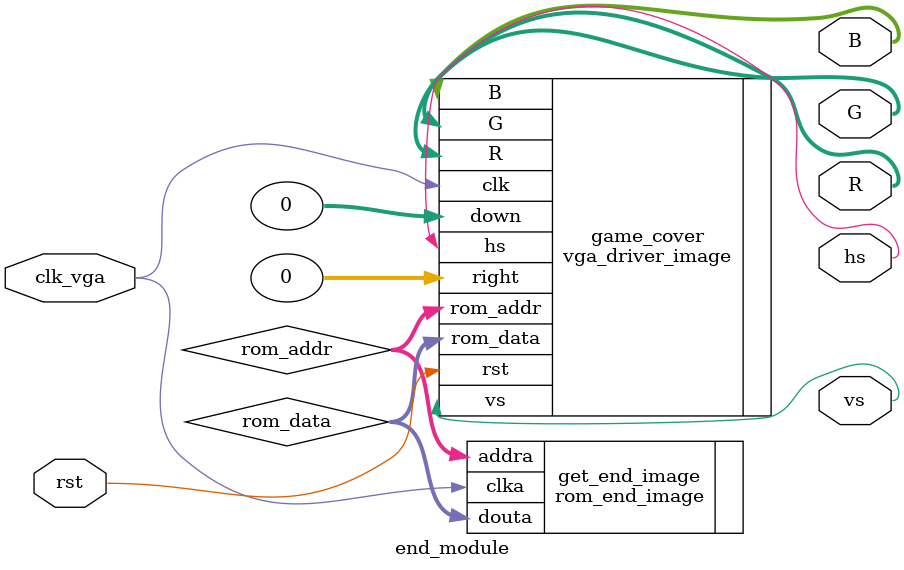
<source format=v>
`timescale 1ns / 1ps
module end_module(
    /************vga**********/
    input clk_vga,     //vgaµÄÊ±ÖÓ
    input rst,          //¸ßµçÆ½ÓÐÐ§

    output [3:0] R,
    output [3:0] G,
    output [3:0] B,
    output hs,
    output vs
);

wire[16:0]rom_addr;
wire[15:0]rom_data;

vga_driver_image #(.IMAGE_WIDTH(320),.IMAGE_HEIGHT(240))
game_cover(
.clk(clk_vga),        
.rst(rst),        
.right(0), 
.down(0),  
.rom_data(rom_data),
.rom_addr(rom_addr),
.R(R),
.G(G),
.B(B),
.hs(hs),
.vs(vs)
);

rom_end_image get_end_image (
  .clka(clk_vga), // input clka
  .addra(rom_addr), // input [16 : 0] addra
  .douta(rom_data) // output [15 : 0] douta
);


endmodule
</source>
